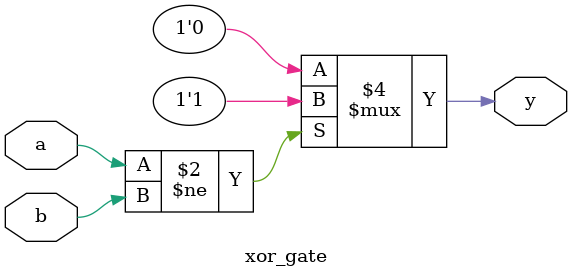
<source format=sv>
module xor_gate(input a,b, output reg y);
	always @(a,b)
	begin
		if(a!=b)
			y =1'b1;
		else
			y =1'b0;
	end
endmodule

</source>
